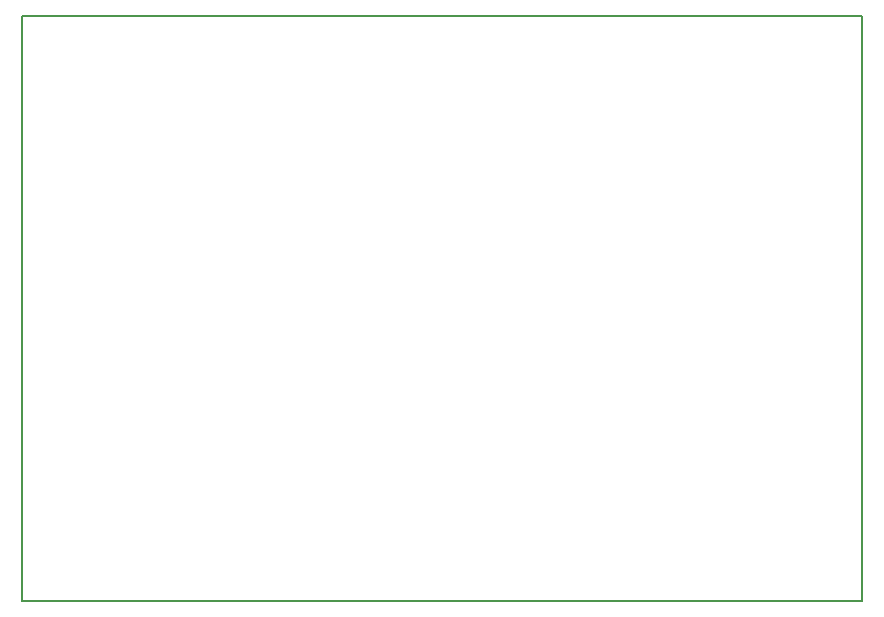
<source format=gm1>
%TF.GenerationSoftware,KiCad,Pcbnew,5.0.1*%
%TF.CreationDate,2019-02-02T14:15:02-06:00*%
%TF.ProjectId,RDP-Environmental,5244502D456E7669726F6E6D656E7461,01*%
%TF.SameCoordinates,Original*%
%TF.FileFunction,Profile,NP*%
%FSLAX46Y46*%
G04 Gerber Fmt 4.6, Leading zero omitted, Abs format (unit mm)*
G04 Created by KiCad (PCBNEW 5.0.1) date Sat 02 Feb 2019 02:15:02 PM CST*
%MOMM*%
%LPD*%
G01*
G04 APERTURE LIST*
%ADD10C,0.200000*%
G04 APERTURE END LIST*
D10*
X93980000Y-21590000D02*
X22860000Y-21590000D01*
X93980000Y-71120000D02*
X93980000Y-21590000D01*
X22860000Y-71120000D02*
X93980000Y-71120000D01*
X22860000Y-21590000D02*
X22860000Y-71120000D01*
M02*

</source>
